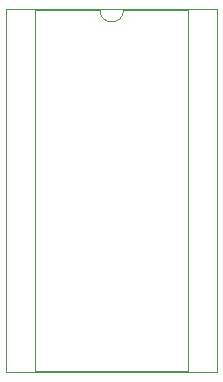
<source format=gbo>
%TF.GenerationSoftware,KiCad,Pcbnew,(6.0.0)*%
%TF.CreationDate,2022-03-13T18:30:08-04:00*%
%TF.ProjectId,io_i2c,696f5f69-3263-42e6-9b69-6361645f7063,rev?*%
%TF.SameCoordinates,Original*%
%TF.FileFunction,Legend,Bot*%
%TF.FilePolarity,Positive*%
%FSLAX46Y46*%
G04 Gerber Fmt 4.6, Leading zero omitted, Abs format (unit mm)*
G04 Created by KiCad (PCBNEW (6.0.0)) date 2022-03-13 18:30:08*
%MOMM*%
%LPD*%
G01*
G04 APERTURE LIST*
%ADD10C,0.120000*%
%ADD11R,1.600000X1.600000*%
%ADD12O,1.600000X1.600000*%
%ADD13C,1.600000*%
%ADD14R,1.050000X1.500000*%
%ADD15O,1.050000X1.500000*%
%ADD16R,1.700000X1.700000*%
%ADD17O,1.700000X1.700000*%
%ADD18C,3.200000*%
%ADD19R,2.200000X2.200000*%
%ADD20O,2.200000X2.200000*%
G04 APERTURE END LIST*
D10*
%TO.C,J1*%
X118769789Y-107316511D02*
X124229789Y-107316511D01*
X134179789Y-137976511D02*
X116279789Y-137976511D01*
X126229789Y-107316511D02*
X131689789Y-107316511D01*
X116279789Y-137976511D02*
X116279789Y-107256511D01*
X131689789Y-107316511D02*
X131689789Y-137916511D01*
X116279789Y-107256511D02*
X134179789Y-107256511D01*
X131689789Y-137916511D02*
X118769789Y-137916511D01*
X118769789Y-137916511D02*
X118769789Y-107316511D01*
X134179789Y-107256511D02*
X134179789Y-137976511D01*
X124229789Y-107316511D02*
G75*
G03*
X126229789Y-107316511I1000000J0D01*
G01*
%TD*%
%LPC*%
D11*
%TO.C,U1*%
X120343789Y-108566511D03*
D12*
X120343789Y-111106511D03*
X120343789Y-113646511D03*
X120343789Y-116186511D03*
X120343789Y-118726511D03*
X120343789Y-121266511D03*
X120343789Y-123806511D03*
X120343789Y-126346511D03*
X120343789Y-128886511D03*
X120343789Y-131426511D03*
X120343789Y-133966511D03*
X120343789Y-136506511D03*
X135583789Y-136506511D03*
X135583789Y-133966511D03*
X135583789Y-131426511D03*
X135583789Y-128886511D03*
X135583789Y-126346511D03*
X135583789Y-123806511D03*
X135583789Y-121266511D03*
X135583789Y-118726511D03*
X135583789Y-116186511D03*
X135583789Y-113646511D03*
X135583789Y-111106511D03*
X135583789Y-108566511D03*
%TD*%
D11*
%TO.C,U2*%
X144780000Y-164846000D03*
D12*
X147320000Y-164846000D03*
X149860000Y-164846000D03*
X152400000Y-164846000D03*
X154940000Y-164846000D03*
X157480000Y-164846000D03*
X160020000Y-164846000D03*
X160020000Y-157226000D03*
X157480000Y-157226000D03*
X154940000Y-157226000D03*
X152400000Y-157226000D03*
X149860000Y-157226000D03*
X147320000Y-157226000D03*
X144780000Y-157226000D03*
%TD*%
D11*
%TO.C,J1*%
X117549789Y-108566511D03*
D12*
X117549789Y-111106511D03*
X117549789Y-113646511D03*
X117549789Y-116186511D03*
X117549789Y-118726511D03*
X117549789Y-121266511D03*
X117549789Y-123806511D03*
X117549789Y-126346511D03*
X117549789Y-128886511D03*
X117549789Y-131426511D03*
X117549789Y-133966511D03*
X117549789Y-136506511D03*
X132789789Y-136506511D03*
X132789789Y-133966511D03*
X132789789Y-131426511D03*
X132789789Y-128886511D03*
X132789789Y-126346511D03*
X132789789Y-123806511D03*
X132789789Y-121266511D03*
X132789789Y-118726511D03*
X132789789Y-116186511D03*
X132789789Y-113646511D03*
X132789789Y-111106511D03*
X132789789Y-108566511D03*
%TD*%
D13*
%TO.C,C1*%
X101346000Y-146618000D03*
D12*
X101346000Y-154118000D03*
%TD*%
D13*
%TO.C,C2*%
X149098000Y-96774000D03*
D12*
X141598000Y-96774000D03*
%TD*%
D11*
%TO.C,U4*%
X104663000Y-154168000D03*
D12*
X107203000Y-154168000D03*
X109743000Y-154168000D03*
X112283000Y-154168000D03*
X114823000Y-154168000D03*
X117363000Y-154168000D03*
X119903000Y-154168000D03*
X122443000Y-154168000D03*
X122443000Y-146548000D03*
X119903000Y-146548000D03*
X117363000Y-146548000D03*
X114823000Y-146548000D03*
X112283000Y-146548000D03*
X109743000Y-146548000D03*
X107203000Y-146548000D03*
X104663000Y-146548000D03*
%TD*%
D11*
%TO.C,U3*%
X119883000Y-165090000D03*
D12*
X122423000Y-165090000D03*
X124963000Y-165090000D03*
X127503000Y-165090000D03*
X130043000Y-165090000D03*
X132583000Y-165090000D03*
X135123000Y-165090000D03*
X135123000Y-157470000D03*
X132583000Y-157470000D03*
X130043000Y-157470000D03*
X127503000Y-157470000D03*
X124963000Y-157470000D03*
X122423000Y-157470000D03*
X119883000Y-157470000D03*
%TD*%
D13*
%TO.C,C3*%
X139700000Y-157286000D03*
D12*
X139700000Y-164786000D03*
%TD*%
D14*
%TO.C,Q1*%
X174752000Y-126090000D03*
D15*
X176022000Y-126090000D03*
X177292000Y-126090000D03*
%TD*%
D11*
%TO.C,A1*%
X170678000Y-131826000D03*
D12*
X170678000Y-129286000D03*
X170678000Y-126746000D03*
X170678000Y-124206000D03*
X170678000Y-121666000D03*
X170678000Y-119126000D03*
X170678000Y-116586000D03*
X170678000Y-114046000D03*
X170678000Y-111506000D03*
X170678000Y-108966000D03*
X170678000Y-106426000D03*
X170678000Y-103886000D03*
X170678000Y-101346000D03*
X170678000Y-98806000D03*
X170678000Y-96266000D03*
X155438000Y-96266000D03*
X155438000Y-98806000D03*
X155438000Y-101346000D03*
X155438000Y-103886000D03*
X155438000Y-106426000D03*
X155438000Y-108966000D03*
X155438000Y-111506000D03*
X155438000Y-114046000D03*
X155438000Y-116586000D03*
X155438000Y-119126000D03*
X155438000Y-121666000D03*
X155438000Y-124206000D03*
X155438000Y-126746000D03*
X155438000Y-129286000D03*
X155438000Y-131826000D03*
%TD*%
D16*
%TO.C,J2*%
X175006000Y-112268000D03*
D17*
X177546000Y-112268000D03*
X175006000Y-114808000D03*
X177546000Y-114808000D03*
X175006000Y-117348000D03*
X177546000Y-117348000D03*
X175006000Y-119888000D03*
X177546000Y-119888000D03*
%TD*%
D11*
%TO.C,D7*%
X124983000Y-144106314D03*
D12*
X124983000Y-141566314D03*
%TD*%
D13*
%TO.C,R1*%
X173990000Y-107725000D03*
D12*
X173990000Y-105185000D03*
%TD*%
D18*
%TO.C,REF\u002A\u002A*%
X101600000Y-95885000D03*
%TD*%
D11*
%TO.C,D3*%
X112283000Y-144106314D03*
D12*
X112283000Y-141566314D03*
%TD*%
D16*
%TO.C,J3*%
X136398000Y-146812000D03*
D17*
X138938000Y-146812000D03*
X136398000Y-149352000D03*
X138938000Y-149352000D03*
X136398000Y-151892000D03*
X138938000Y-151892000D03*
%TD*%
D13*
%TO.C,C5*%
X164592000Y-157286000D03*
D12*
X164592000Y-164786000D03*
%TD*%
D13*
%TO.C,R3*%
X125984000Y-101063000D03*
D12*
X125984000Y-103603000D03*
%TD*%
D18*
%TO.C,REF\u002A\u002A*%
X179705000Y-95885000D03*
%TD*%
D11*
%TO.C,U6*%
X150828789Y-133209511D03*
D12*
X150828789Y-130669511D03*
X150828789Y-128129511D03*
X150828789Y-125589511D03*
X150828789Y-123049511D03*
X150828789Y-120509511D03*
X150828789Y-117969511D03*
X150828789Y-115429511D03*
X150828789Y-112889511D03*
X150828789Y-110349511D03*
X150828789Y-107809511D03*
X150828789Y-105269511D03*
X150828789Y-102729511D03*
X150828789Y-100189511D03*
X143208789Y-100189511D03*
X143208789Y-102729511D03*
X143208789Y-105269511D03*
X143208789Y-107809511D03*
X143208789Y-110349511D03*
X143208789Y-112889511D03*
X143208789Y-115429511D03*
X143208789Y-117969511D03*
X143208789Y-120509511D03*
X143208789Y-123049511D03*
X143208789Y-125589511D03*
X143208789Y-128129511D03*
X143208789Y-130669511D03*
X143208789Y-133209511D03*
%TD*%
D13*
%TO.C,R4*%
X176813000Y-131318000D03*
D12*
X174273000Y-131318000D03*
%TD*%
D11*
%TO.C,D2*%
X109743000Y-144106314D03*
D12*
X109743000Y-141566314D03*
%TD*%
D13*
%TO.C,R5*%
X138684000Y-105693000D03*
D12*
X138684000Y-103153000D03*
%TD*%
D16*
%TO.C,J4*%
X108664789Y-108571511D03*
D17*
X111204789Y-108571511D03*
X108664789Y-111111511D03*
X111204789Y-111111511D03*
X108664789Y-113651511D03*
X111204789Y-113651511D03*
X108664789Y-116191511D03*
X111204789Y-116191511D03*
X108664789Y-118731511D03*
X111204789Y-118731511D03*
X108664789Y-121271511D03*
X111204789Y-121271511D03*
X108664789Y-123811511D03*
X111204789Y-123811511D03*
X108664789Y-126351511D03*
X111204789Y-126351511D03*
X108664789Y-128891511D03*
X111204789Y-128891511D03*
X108664789Y-131431511D03*
X111204789Y-131431511D03*
X108664789Y-133971511D03*
X111204789Y-133971511D03*
X108664789Y-136511511D03*
X111204789Y-136511511D03*
%TD*%
D19*
%TO.C,D9*%
X135636000Y-100893766D03*
D20*
X135636000Y-98353766D03*
%TD*%
D11*
%TO.C,D1*%
X107203000Y-144106314D03*
D12*
X107203000Y-141566314D03*
%TD*%
D18*
%TO.C,REF\u002A\u002A*%
X101600000Y-165100000D03*
%TD*%
D13*
%TO.C,R2*%
X142240000Y-139192000D03*
D12*
X142240000Y-141732000D03*
%TD*%
D18*
%TO.C,REF\u002A\u002A*%
X179705000Y-165100000D03*
%TD*%
D11*
%TO.C,U5*%
X144775000Y-153152000D03*
D12*
X147315000Y-153152000D03*
X149855000Y-153152000D03*
X152395000Y-153152000D03*
X154935000Y-153152000D03*
X157475000Y-153152000D03*
X160015000Y-153152000D03*
X160015000Y-145532000D03*
X157475000Y-145532000D03*
X154935000Y-145532000D03*
X152395000Y-145532000D03*
X149855000Y-145532000D03*
X147315000Y-145532000D03*
X144775000Y-145532000D03*
%TD*%
D11*
%TO.C,D6*%
X122443000Y-144106314D03*
D12*
X122443000Y-141566314D03*
%TD*%
D13*
%TO.C,C4*%
X164338000Y-145602000D03*
D12*
X164338000Y-153102000D03*
%TD*%
D19*
%TO.C,D8*%
X130556000Y-100782234D03*
D20*
X130556000Y-103322234D03*
%TD*%
D11*
%TO.C,D4*%
X114823000Y-144106314D03*
D12*
X114823000Y-141566314D03*
%TD*%
D11*
%TO.C,D5*%
X119903000Y-144106314D03*
D12*
X119903000Y-141566314D03*
%TD*%
M02*

</source>
